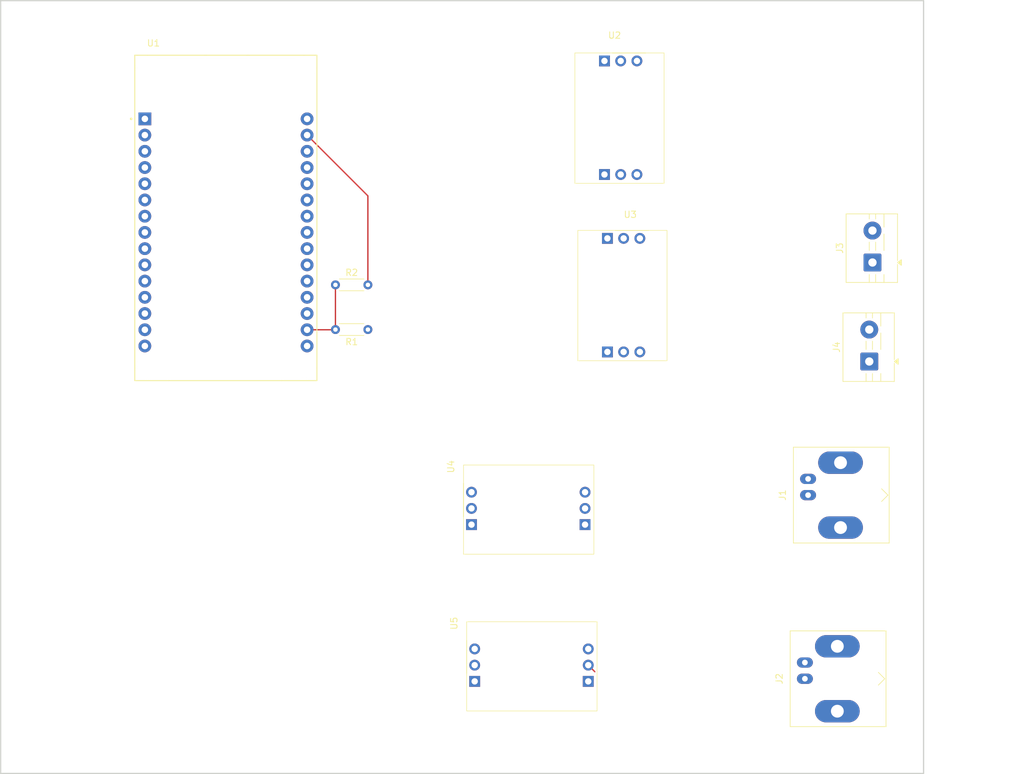
<source format=kicad_pcb>
(kicad_pcb (version 20241229) (generator "pcbnew") (generator_version "9.0")
  (layers (0 "F.Cu" signal) (2 "B.Cu" signal) (13 "F.Paste" user) (15 "B.Paste" user) (5 "F.SilkS" user "F.Silkscreen") (7 "B.SilkS" user "B.Silkscreen") (1 "F.Mask" user) (3 "B.Mask" user) (25 "Edge.Cuts" user))
  (net 0 "")
  (net 8 "GND")
  (net 26 "Net-(U1-VP)")
  (net 27 "/DO")
  (net 28 "/Sal-")
  (net 29 "/Sal")
  (net 30 "/+3V3")
  (net 31 "/DO-")
  (net 32 "/pH+")
  (net 33 "/pH-")
  (net 34 "/T-")
  (net 35 "/T+")
  (net 36 "/Turbidez")
  (net 37 "/SDA")
  (net 38 "/SCL")
  (footprint "Footprints:MODULE_ESP32_DEVKIT_V1" (layer "F.Cu") (at 83.78 75.525)
    (property "Reference" "U1" (at -11.355 -27.36 0) (layer "F.SilkS"))
    (property "Value" "ESP32-DEVKIT-V1")
    (fp_line (start -14.28 -25.475) (end -3.211 -25.475) (stroke (width 0.127)) (layer "F.SilkS"))
    (fp_line (start -14.28 -25.475) (end 14.23 -25.475) (stroke (width 0.127)) (layer "F.SilkS"))
    (fp_line (start -14.28 25.475) (end -14.28 -25.475) (stroke (width 0.127)) (layer "F.SilkS"))
    (fp_line (start -14.28 25.475) (end -14.28 -25.475) (stroke (width 0.127)) (layer "F.SilkS"))
    (fp_line (start -14.28 25.475) (end -8.91 25.475) (stroke (width 0.127)) (layer "F.SilkS"))
    (fp_line (start -8.91 25.475) (end 8.78 25.475) (stroke (width 0.127)) (layer "F.SilkS"))
    (fp_line (start -3.211 -25.475) (end 3.5 -25.475) (stroke (width 0.127)) (layer "F.SilkS"))
    (fp_line (start 3.5 -25.475) (end 14.23 -25.475) (stroke (width 0.127)) (layer "F.SilkS"))
    (fp_line (start 8.78 25.475) (end 14.23 25.475) (stroke (width 0.127)) (layer "F.SilkS"))
    (fp_line (start 14.23 -25.475) (end 14.23 25.475) (stroke (width 0.127)) (layer "F.SilkS"))
    (fp_line (start 14.23 -25.475) (end 14.23 25.475) (stroke (width 0.127)) (layer "F.SilkS"))
    (fp_line (start 14.23 25.475) (end -14.28 25.475) (stroke (width 0.127)) (layer "F.SilkS"))
    (fp_circle (center -14.85 -15.515) (end -14.75 -15.515) (stroke (width 0.2)) (fill no) (layer "F.SilkS"))
    (pad "" np_thru_hole circle (at -12.28 -23.475) (size 3 3) (drill 3) (layers "*.Cu" "*.Mask"))
    (pad "" np_thru_hole circle (at -12.28 23.475) (size 3 3) (drill 3) (layers "*.Cu" "*.Mask"))
    (pad "" np_thru_hole circle (at 12.23 -23.475) (size 3 3) (drill 3) (layers "*.Cu" "*.Mask"))
    (pad "" np_thru_hole circle (at 12.23 23.475) (size 3 3) (drill 3) (layers "*.Cu" "*.Mask"))
    (pad "1" thru_hole rect (at -12.7 -15.515) (size 2 2) (drill 1.02) (layers "*.Cu" "*.Mask") (net 30 "/+3V3"))
    (pad "2" thru_hole circle (at -12.7 -12.975) (size 2 2) (drill 1.02) (layers "*.Cu" "*.Mask") (net 8 "GND"))
    (pad "3" thru_hole circle (at -12.7 -10.435) (size 2 2) (drill 1.02) (layers "*.Cu" "*.Mask"))
    (pad "4" thru_hole circle (at -12.7 -7.895) (size 2 2) (drill 1.02) (layers "*.Cu" "*.Mask"))
    (pad "5" thru_hole circle (at -12.7 -5.355) (size 2 2) (drill 1.02) (layers "*.Cu" "*.Mask"))
    (pad "6" thru_hole circle (at -12.7 -2.815) (size 2 2) (drill 1.02) (layers "*.Cu" "*.Mask"))
    (pad "7" thru_hole circle (at -12.7 -0.275) (size 2 2) (drill 1.02) (layers "*.Cu" "*.Mask"))
    (pad "8" thru_hole circle (at -12.7 2.265) (size 2 2) (drill 1.02) (layers "*.Cu" "*.Mask"))
    (pad "9" thru_hole circle (at -12.7 4.805) (size 2 2) (drill 1.02) (layers "*.Cu" "*.Mask"))
    (pad "10" thru_hole circle (at -12.7 7.345) (size 2 2) (drill 1.02) (layers "*.Cu" "*.Mask"))
    (pad "11" thru_hole circle (at -12.7 9.885) (size 2 2) (drill 1.02) (layers "*.Cu" "*.Mask") (net 37 "/SDA"))
    (pad "12" thru_hole circle (at -12.7 12.425) (size 2 2) (drill 1.02) (layers "*.Cu" "*.Mask"))
    (pad "13" thru_hole circle (at -12.7 14.965) (size 2 2) (drill 1.02) (layers "*.Cu" "*.Mask"))
    (pad "14" thru_hole circle (at -12.7 17.505) (size 2 2) (drill 1.02) (layers "*.Cu" "*.Mask") (net 38 "/SCL"))
    (pad "15" thru_hole circle (at -12.7 20.045) (size 2 2) (drill 1.02) (layers "*.Cu" "*.Mask"))
    (pad "16" thru_hole circle (at 12.7 20.045) (size 2 2) (drill 1.02) (layers "*.Cu" "*.Mask"))
    (pad "17" thru_hole circle (at 12.7 17.505) (size 2 2) (drill 1.02) (layers "*.Cu" "*.Mask") (net 26 "Net-(U1-VP)"))
    (pad "18" thru_hole circle (at 12.7 14.965) (size 2 2) (drill 1.02) (layers "*.Cu" "*.Mask"))
    (pad "19" thru_hole circle (at 12.7 12.425) (size 2 2) (drill 1.02) (layers "*.Cu" "*.Mask"))
    (pad "20" thru_hole circle (at 12.7 9.885) (size 2 2) (drill 1.02) (layers "*.Cu" "*.Mask"))
    (pad "21" thru_hole circle (at 12.7 7.345) (size 2 2) (drill 1.02) (layers "*.Cu" "*.Mask"))
    (pad "22" thru_hole circle (at 12.7 4.805) (size 2 2) (drill 1.02) (layers "*.Cu" "*.Mask"))
    (pad "23" thru_hole circle (at 12.7 2.265) (size 2 2) (drill 1.02) (layers "*.Cu" "*.Mask"))
    (pad "24" thru_hole circle (at 12.7 -0.275) (size 2 2) (drill 1.02) (layers "*.Cu" "*.Mask"))
    (pad "25" thru_hole circle (at 12.7 -2.815) (size 2 2) (drill 1.02) (layers "*.Cu" "*.Mask"))
    (pad "26" thru_hole circle (at 12.7 -5.355) (size 2 2) (drill 1.02) (layers "*.Cu" "*.Mask"))
    (pad "27" thru_hole circle (at 12.7 -7.895) (size 2 2) (drill 1.02) (layers "*.Cu" "*.Mask"))
    (pad "28" thru_hole circle (at 12.7 -10.435) (size 2 2) (drill 1.02) (layers "*.Cu" "*.Mask"))
    (pad "29" thru_hole circle (at 12.7 -12.975) (size 2 2) (drill 1.02) (layers "*.Cu" "*.Mask") (net 8 "GND"))
    (pad "30" thru_hole circle (at 12.7 -15.515) (size 2 2) (drill 1.02) (layers "*.Cu" "*.Mask"))
  )
  (footprint "TerminalBlock:TerminalBlock_MaiXu_MX126-5.0-02P_1x02_P5.00mm" (layer "F.Cu") (at 185 82.5 90)
    (property "Reference" "J3" (at 2.25 -5.12 90) (layer "F.SilkS"))
    (property "Value" "Conn_01x02")
    (fp_line (start 7.62 -4.12) (end 7.62 3.92) (stroke (width 0.12)) (layer "F.SilkS"))
    (fp_line (start -3.12 -4.12) (end 7.62 -4.12) (stroke (width 0.12)) (layer "F.SilkS"))
    (fp_line (start 6.812 -0.5) (end 7.62 -0.5) (stroke (width 0.12)) (layer "F.SilkS"))
    (fp_line (start 1.88 -0.5) (end 3.188 -0.5) (stroke (width 0.12)) (layer "F.SilkS"))
    (fp_line (start -3.12 -0.5) (end -1.88 -0.5) (stroke (width 0.12)) (layer "F.SilkS"))
    (fp_line (start 6.812 0.5) (end 7.62 0.5) (stroke (width 0.12)) (layer "F.SilkS"))
    (fp_line (start 1.88 0.5) (end 3.188 0.5) (stroke (width 0.12)) (layer "F.SilkS"))
    (fp_line (start -3.12 0.5) (end -1.88 0.5) (stroke (width 0.12)) (layer "F.SilkS"))
    (fp_line (start 5.543 1.8) (end 7.62 1.8) (stroke (width 0.12)) (layer "F.SilkS"))
    (fp_line (start 1.88 1.8) (end 4.457 1.8) (stroke (width 0.12)) (layer "F.SilkS"))
    (fp_line (start -3.12 1.8) (end -1.88 1.8) (stroke (width 0.12)) (layer "F.SilkS"))
    (fp_line (start 7.62 3.92) (end 0.3 3.92) (stroke (width 0.12)) (layer "F.SilkS"))
    (fp_line (start -0.3 3.92) (end -3.12 3.92) (stroke (width 0.12)) (layer "F.SilkS"))
    (fp_line (start -3.12 3.92) (end -3.12 -4.12) (stroke (width 0.12)) (layer "F.SilkS"))
    (fp_poly (pts (xy 0 3.92) (xy 0.44 4.53) (xy -0.44 4.53)) (stroke (width 0.12)) (fill yes) (layer "F.SilkS"))
    (pad "1" thru_hole roundrect (at 0 0 90) (size 2.8 2.8) (drill 1.3) (layers "*.Cu" "*.Mask") (roundrect_rratio 0.089286) (net 33 "/pH-"))
    (pad "2" thru_hole circle (at 5 0 90) (size 2.8 2.8) (drill 1.3) (layers "*.Cu" "*.Mask") (net 32 "/pH+"))
  )
  (footprint "Footprints:Ezo_sensor" (layer "F.Cu") (at 119 114.46 90)
    (property "Reference" "U4" (hide yes))
    (property "Value" "~" (hide yes))
    (fp_line (start -7.825 1.97) (end -2.635 1.97) (stroke (width 0.12)) (layer "F.SilkS"))
    (fp_rect (start -13.715 1.97) (end 0.255 22.38) (stroke (width 0.1)) (fill no) (layer "F.SilkS"))
    (fp_text user "${REFERENCE}" (at 0 0 90) (layer "F.SilkS"))
    (pad "1" thru_hole rect (at -9.08 21 180) (size 1.7 1.7) (drill 1) (layers "*.Cu" "*.Mask") (net 30 "/+3V3"))
    (pad "2" thru_hole circle (at -6.54 21 180) (size 1.7 1.7) (drill 1) (layers "*.Cu" "*.Mask") (net 27 "/DO"))
    (pad "3" thru_hole circle (at -4 21 180) (size 1.7 1.7) (drill 1) (layers "*.Cu" "*.Mask") (net 31 "/DO-"))
    (pad "4" thru_hole rect (at -9.08 3.22 180) (size 1.7 1.7) (drill 1) (layers "*.Cu" "*.Mask") (net 8 "GND"))
    (pad "5" thru_hole circle (at -6.54 3.22 180) (size 1.7 1.7) (drill 1) (layers "*.Cu" "*.Mask") (net 37 "/SDA"))
    (pad "6" thru_hole circle (at -4 3.22 180) (size 1.7 1.7) (drill 1) (layers "*.Cu" "*.Mask") (net 38 "/SCL"))
  )
  (footprint "Footprints:Ezo_sensor" (layer "F.Cu") (at 112.875 90.8)
    (property "Reference" "U2" (hide yes))
    (property "Value" "~" (hide yes))
    (fp_line (start 31.42 -41.11) (end 36.61 -41.11) (stroke (width 0.12)) (layer "F.SilkS"))
    (fp_rect (start 25.53 -41.11) (end 39.5 -20.7) (stroke (width 0.1)) (fill no) (layer "F.SilkS"))
    (fp_text user "${REFERENCE}" (at 31.745 -43.86 0) (layer "F.SilkS"))
    (pad "1" thru_hole rect (at 30.165 -22.08 90) (size 1.7 1.7) (drill 1) (layers "*.Cu" "*.Mask") (net 30 "/+3V3"))
    (pad "2" thru_hole circle (at 32.705 -22.08 90) (size 1.7 1.7) (drill 1) (layers "*.Cu" "*.Mask") (net 32 "/pH+"))
    (pad "3" thru_hole circle (at 35.245 -22.08 90) (size 1.7 1.7) (drill 1) (layers "*.Cu" "*.Mask") (net 33 "/pH-"))
    (pad "4" thru_hole rect (at 30.165 -39.86 90) (size 1.7 1.7) (drill 1) (layers "*.Cu" "*.Mask") (net 8 "GND"))
    (pad "5" thru_hole circle (at 32.705 -39.86 90) (size 1.7 1.7) (drill 1) (layers "*.Cu" "*.Mask") (net 37 "/SDA"))
    (pad "6" thru_hole circle (at 35.245 -39.86 90) (size 1.7 1.7) (drill 1) (layers "*.Cu" "*.Mask") (net 38 "/SCL"))
  )
  (footprint "Resistor_THT:R_Axial_DIN0204_L3.6mm_D1.6mm_P5.08mm_Horizontal" (layer "F.Cu") (at 100.92 86)
    (property "Reference" "R2" (at 2.54 -1.92 0) (layer "F.SilkS"))
    (property "Value" "2k")
    (fp_line (start 0.62 -0.92) (end 4.46 -0.92) (stroke (width 0.12)) (layer "F.SilkS"))
    (fp_line (start 0.62 0.92) (end 4.46 0.92) (stroke (width 0.12)) (layer "F.SilkS"))
    (pad "1" thru_hole circle (at 0 0) (size 1.4 1.4) (drill 0.7) (layers "*.Cu" "*.Mask") (net 26 "Net-(U1-VP)"))
    (pad "2" thru_hole circle (at 5.08 0) (size 1.4 1.4) (drill 0.7) (layers "*.Cu" "*.Mask") (net 8 "GND"))
  )
  (footprint "Connector_Coaxial:BNC_Amphenol_B6252HB-NPP3G-50_Horizontal" (layer "F.Cu") (at 174.42 147.67 -90)
    (property "Reference" "J2" (at 0 4 90) (layer "F.SilkS"))
    (property "Value" "Conn_Coaxial")
    (fp_line (start -7.5 2.3) (end -7.5 -12.7) (stroke (width 0.12)) (layer "F.SilkS"))
    (fp_line (start 7.5 2.3) (end -7.5 2.3) (stroke (width 0.12)) (layer "F.SilkS"))
    (fp_line (start 0 -12.5) (end -1 -11.5) (stroke (width 0.12)) (layer "F.SilkS"))
    (fp_line (start 0 -12.5) (end 1 -11.5) (stroke (width 0.12)) (layer "F.SilkS"))
    (fp_line (start -7.5 -12.7) (end 7.5 -12.7) (stroke (width 0.12)) (layer "F.SilkS"))
    (fp_line (start 7.5 -12.7) (end 7.5 2.3) (stroke (width 0.12)) (layer "F.SilkS"))
    (pad "1" thru_hole oval (at 0 0 270) (size 1.6 2.5) (drill 0.89) (layers "*.Cu" "*.Mask") (net 29 "/Sal"))
    (pad "2" thru_hole oval (at -5.08 -5.08 270) (size 3.5 7) (drill 2.01) (layers "*.Cu" "*.Mask") (net 28 "/Sal-"))
    (pad "2" thru_hole oval (at -2.54 0 270) (size 1.6 2.5) (drill 0.89) (layers "*.Cu" "*.Mask") (net 28 "/Sal-"))
    (pad "2" thru_hole oval (at 5.08 -5.08 270) (size 3.5 7) (drill 2.01) (layers "*.Cu" "*.Mask") (net 28 "/Sal-"))
  )
  (footprint "Footprints:Ezo_sensor" (layer "F.Cu") (at 113.335 118.58)
    (property "Reference" "U3" (hide yes))
    (property "Value" "~" (hide yes))
    (fp_line (start 31.42 -41.11) (end 36.61 -41.11) (stroke (width 0.12)) (layer "F.SilkS"))
    (fp_rect (start 25.53 -41.11) (end 39.5 -20.7) (stroke (width 0.1)) (fill no) (layer "F.SilkS"))
    (fp_text user "${REFERENCE}" (at 33.745 -43.58 0) (layer "F.SilkS"))
    (pad "1" thru_hole rect (at 30.165 -22.08 90) (size 1.7 1.7) (drill 1) (layers "*.Cu" "*.Mask") (net 30 "/+3V3"))
    (pad "2" thru_hole circle (at 32.705 -22.08 90) (size 1.7 1.7) (drill 1) (layers "*.Cu" "*.Mask") (net 35 "/T+"))
    (pad "3" thru_hole circle (at 35.245 -22.08 90) (size 1.7 1.7) (drill 1) (layers "*.Cu" "*.Mask") (net 34 "/T-"))
    (pad "4" thru_hole rect (at 30.165 -39.86 90) (size 1.7 1.7) (drill 1) (layers "*.Cu" "*.Mask") (net 8 "GND"))
    (pad "5" thru_hole circle (at 32.705 -39.86 90) (size 1.7 1.7) (drill 1) (layers "*.Cu" "*.Mask") (net 37 "/SDA"))
    (pad "6" thru_hole circle (at 35.245 -39.86 90) (size 1.7 1.7) (drill 1) (layers "*.Cu" "*.Mask") (net 38 "/SCL"))
  )
  (footprint "TerminalBlock:TerminalBlock_MaiXu_MX126-5.0-02P_1x02_P5.00mm" (layer "F.Cu") (at 184.5 98 90)
    (property "Reference" "J4" (at 2.25 -5.12 90) (layer "F.SilkS"))
    (property "Value" "Conn_01x02")
    (fp_line (start 7.62 -4.12) (end 7.62 3.92) (stroke (width 0.12)) (layer "F.SilkS"))
    (fp_line (start -3.12 -4.12) (end 7.62 -4.12) (stroke (width 0.12)) (layer "F.SilkS"))
    (fp_line (start 6.812 -0.5) (end 7.62 -0.5) (stroke (width 0.12)) (layer "F.SilkS"))
    (fp_line (start 1.88 -0.5) (end 3.188 -0.5) (stroke (width 0.12)) (layer "F.SilkS"))
    (fp_line (start -3.12 -0.5) (end -1.88 -0.5) (stroke (width 0.12)) (layer "F.SilkS"))
    (fp_line (start 6.812 0.5) (end 7.62 0.5) (stroke (width 0.12)) (layer "F.SilkS"))
    (fp_line (start 1.88 0.5) (end 3.188 0.5) (stroke (width 0.12)) (layer "F.SilkS"))
    (fp_line (start -3.12 0.5) (end -1.88 0.5) (stroke (width 0.12)) (layer "F.SilkS"))
    (fp_line (start 5.543 1.8) (end 7.62 1.8) (stroke (width 0.12)) (layer "F.SilkS"))
    (fp_line (start 1.88 1.8) (end 4.457 1.8) (stroke (width 0.12)) (layer "F.SilkS"))
    (fp_line (start -3.12 1.8) (end -1.88 1.8) (stroke (width 0.12)) (layer "F.SilkS"))
    (fp_line (start 7.62 3.92) (end 0.3 3.92) (stroke (width 0.12)) (layer "F.SilkS"))
    (fp_line (start -0.3 3.92) (end -3.12 3.92) (stroke (width 0.12)) (layer "F.SilkS"))
    (fp_line (start -3.12 3.92) (end -3.12 -4.12) (stroke (width 0.12)) (layer "F.SilkS"))
    (fp_poly (pts (xy 0 3.92) (xy 0.44 4.53) (xy -0.44 4.53)) (stroke (width 0.12)) (fill yes) (layer "F.SilkS"))
    (pad "1" thru_hole roundrect (at 0 0 90) (size 2.8 2.8) (drill 1.3) (layers "*.Cu" "*.Mask") (roundrect_rratio 0.089286) (net 34 "/T-"))
    (pad "2" thru_hole circle (at 5 0 90) (size 2.8 2.8) (drill 1.3) (layers "*.Cu" "*.Mask") (net 35 "/T+"))
  )
  (footprint "Footprints:Ezo_sensor" (layer "F.Cu") (at 119.5 139 90)
    (property "Reference" "U5" (hide yes))
    (property "Value" "~" (hide yes))
    (fp_line (start -7.825 1.97) (end -2.635 1.97) (stroke (width 0.12)) (layer "F.SilkS"))
    (fp_rect (start -13.715 1.97) (end 0.255 22.38) (stroke (width 0.1)) (fill no) (layer "F.SilkS"))
    (fp_text user "${REFERENCE}" (at 0 0 90) (layer "F.SilkS"))
    (pad "1" thru_hole rect (at -9.08 21 180) (size 1.7 1.7) (drill 1) (layers "*.Cu" "*.Mask") (net 30 "/+3V3"))
    (pad "2" thru_hole circle (at -6.54 21 180) (size 1.7 1.7) (drill 1) (layers "*.Cu" "*.Mask") (net 29 "/Sal"))
    (pad "3" thru_hole circle (at -4 21 180) (size 1.7 1.7) (drill 1) (layers "*.Cu" "*.Mask") (net 28 "/Sal-"))
    (pad "4" thru_hole rect (at -9.08 3.22 180) (size 1.7 1.7) (drill 1) (layers "*.Cu" "*.Mask") (net 8 "GND"))
    (pad "5" thru_hole circle (at -6.54 3.22 180) (size 1.7 1.7) (drill 1) (layers "*.Cu" "*.Mask") (net 37 "/SDA"))
    (pad "6" thru_hole circle (at -4 3.22 180) (size 1.7 1.7) (drill 1) (layers "*.Cu" "*.Mask") (net 38 "/SCL"))
  )
  (footprint "Resistor_THT:R_Axial_DIN0204_L3.6mm_D1.6mm_P5.08mm_Horizontal" (layer "F.Cu") (at 106 93 180)
    (property "Reference" "R1" (at 2.54 -1.92 0) (layer "F.SilkS"))
    (property "Value" "1k")
    (fp_line (start 0.62 0.92) (end 4.46 0.92) (stroke (width 0.12)) (layer "F.SilkS"))
    (fp_line (start 0.62 -0.92) (end 4.46 -0.92) (stroke (width 0.12)) (layer "F.SilkS"))
    (pad "1" thru_hole circle (at 0 0 180) (size 1.4 1.4) (drill 0.7) (layers "*.Cu" "*.Mask") (net 36 "/Turbidez"))
    (pad "2" thru_hole circle (at 5.08 0 180) (size 1.4 1.4) (drill 0.7) (layers "*.Cu" "*.Mask") (net 26 "Net-(U1-VP)"))
  )
  (footprint "Connector_Coaxial:BNC_Amphenol_B6252HB-NPP3G-50_Horizontal" (layer "F.Cu") (at 174.92 118.92 -90)
    (property "Reference" "J1" (at 0 4 90) (layer "F.SilkS"))
    (property "Value" "Conn_Coaxial")
    (fp_line (start -7.5 2.3) (end -7.5 -12.7) (stroke (width 0.12)) (layer "F.SilkS"))
    (fp_line (start 7.5 2.3) (end -7.5 2.3) (stroke (width 0.12)) (layer "F.SilkS"))
    (fp_line (start 0 -12.5) (end -1 -11.5) (stroke (width 0.12)) (layer "F.SilkS"))
    (fp_line (start 0 -12.5) (end 1 -11.5) (stroke (width 0.12)) (layer "F.SilkS"))
    (fp_line (start -7.5 -12.7) (end 7.5 -12.7) (stroke (width 0.12)) (layer "F.SilkS"))
    (fp_line (start 7.5 -12.7) (end 7.5 2.3) (stroke (width 0.12)) (layer "F.SilkS"))
    (pad "1" thru_hole oval (at 0 0 270) (size 1.6 2.5) (drill 0.89) (layers "*.Cu" "*.Mask") (net 27 "/DO"))
    (pad "2" thru_hole oval (at -5.08 -5.08 270) (size 3.5 7) (drill 2.01) (layers "*.Cu" "*.Mask") (net 31 "/DO-"))
    (pad "2" thru_hole oval (at -2.54 0 270) (size 1.6 2.5) (drill 0.89) (layers "*.Cu" "*.Mask") (net 31 "/DO-"))
    (pad "2" thru_hole oval (at 5.08 -5.08 270) (size 3.5 7) (drill 2.01) (layers "*.Cu" "*.Mask") (net 31 "/DO-"))
  )
  (gr_rect (start 48.5 41.5) (end 193 162.5) (stroke (width 0.2)) (fill no) (layer "Edge.Cuts"))
  (segment (start 96.48 62.55) (end 106 72.07) (width 0.2) (layer "F.Cu") (net 8))
  (segment (start 106 72.07) (end 106 86) (width 0.2) (layer "F.Cu") (net 8))
  (segment (start 96.48 93.03) (end 100.89 93.03) (width 0.2) (layer "F.Cu") (net 26))
  (segment (start 100.89 93.03) (end 100.92 93) (width 0.2) (layer "F.Cu") (net 26))
  (segment (start 100.92 86) (end 100.92 93) (width 0.2) (layer "F.Cu") (net 26))
  (segment (start 141.53 146.57) (end 140.5 145.54) (width 0.2) (layer "F.Cu") (net 29))
)
</source>
